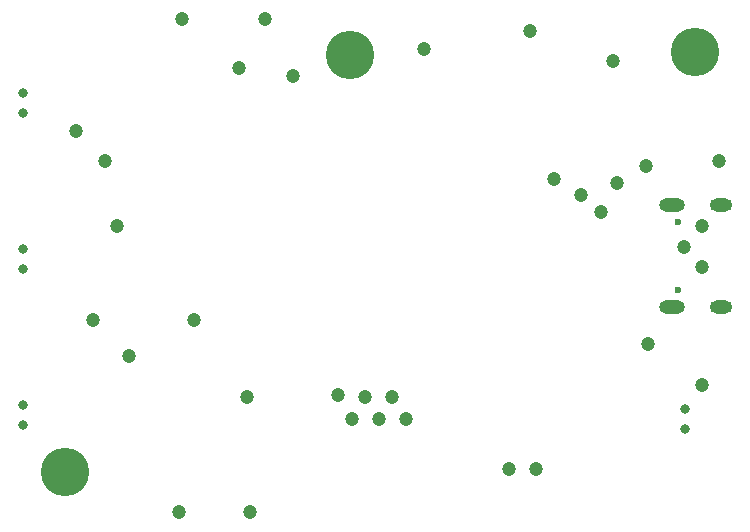
<source format=gbr>
%TF.GenerationSoftware,KiCad,Pcbnew,7.0.9*%
%TF.CreationDate,2024-04-19T00:42:06+03:00*%
%TF.ProjectId,DRM_Watch_V3,44524d5f-5761-4746-9368-5f56332e6b69,rev?*%
%TF.SameCoordinates,Original*%
%TF.FileFunction,Soldermask,Bot*%
%TF.FilePolarity,Negative*%
%FSLAX46Y46*%
G04 Gerber Fmt 4.6, Leading zero omitted, Abs format (unit mm)*
G04 Created by KiCad (PCBNEW 7.0.9) date 2024-04-19 00:42:06*
%MOMM*%
%LPD*%
G01*
G04 APERTURE LIST*
%ADD10C,4.100000*%
%ADD11C,0.800000*%
%ADD12C,0.600000*%
%ADD13O,2.204000X1.104000*%
%ADD14O,1.904000X1.104000*%
%ADD15C,1.200000*%
G04 APERTURE END LIST*
D10*
%TO.C,M2*%
X124460000Y-47752000D03*
%TD*%
D11*
%TO.C,S2*%
X67518000Y-64428000D03*
X67518000Y-66128000D03*
%TD*%
%TO.C,S1*%
X67518000Y-51220000D03*
X67518000Y-52920000D03*
%TD*%
%TO.C,S4*%
X67518000Y-77636000D03*
X67518000Y-79336000D03*
%TD*%
D10*
%TO.C,M3*%
X95250000Y-48006000D03*
%TD*%
D11*
%TO.C,S3*%
X123637000Y-79678000D03*
X123637000Y-77978000D03*
%TD*%
D10*
%TO.C,M1*%
X71120000Y-83312000D03*
%TD*%
D12*
%TO.C,J1*%
X122990000Y-67921000D03*
X122990000Y-62141000D03*
D13*
X122500000Y-69356000D03*
X122500000Y-60706000D03*
D14*
X126670000Y-69356000D03*
X126670000Y-60706000D03*
%TD*%
D15*
%TO.C,TP15*%
X96520000Y-76962000D03*
%TD*%
%TO.C,TP38*%
X86500000Y-77000000D03*
%TD*%
%TO.C,TP9*%
X85852000Y-49149000D03*
%TD*%
%TO.C,TP24*%
X123500000Y-64262000D03*
%TD*%
%TO.C,TP5*%
X82000000Y-70500000D03*
%TD*%
%TO.C,TP16*%
X97663000Y-78867000D03*
%TD*%
%TO.C,TP20*%
X76500000Y-73500000D03*
%TD*%
%TO.C,TP12*%
X126500000Y-57000000D03*
%TD*%
%TO.C,TP11*%
X88000000Y-45000000D03*
%TD*%
%TO.C,TP30*%
X110998000Y-83058000D03*
%TD*%
%TO.C,TP37*%
X114821319Y-59885182D03*
%TD*%
%TO.C,TP14*%
X95377000Y-78867000D03*
%TD*%
%TO.C,TP34*%
X120321319Y-57385182D03*
%TD*%
%TO.C,TP1*%
X101500000Y-47500000D03*
%TD*%
%TO.C,TP7*%
X125000000Y-62500000D03*
%TD*%
%TO.C,TP31*%
X116483332Y-61350058D03*
%TD*%
%TO.C,TP4*%
X75500000Y-62500000D03*
%TD*%
%TO.C,TP19*%
X74500000Y-57000000D03*
%TD*%
%TO.C,TP29*%
X108712000Y-83058000D03*
%TD*%
%TO.C,TP6*%
X110500000Y-46000000D03*
%TD*%
%TO.C,TP2*%
X90424000Y-49784000D03*
%TD*%
%TO.C,TP26*%
X86741000Y-86741000D03*
%TD*%
%TO.C,TP32*%
X80772000Y-86741000D03*
%TD*%
%TO.C,TP13*%
X94234000Y-76835000D03*
%TD*%
%TO.C,TP22*%
X112500000Y-58500000D03*
%TD*%
%TO.C,TP25*%
X125000000Y-66000000D03*
%TD*%
%TO.C,TP23*%
X81000000Y-45000000D03*
%TD*%
%TO.C,TP33*%
X117821319Y-58885182D03*
%TD*%
%TO.C,TP17*%
X99949000Y-78867000D03*
%TD*%
%TO.C,TP42*%
X120500000Y-72500000D03*
%TD*%
%TO.C,TP3*%
X72000000Y-54500000D03*
%TD*%
%TO.C,TP18*%
X98806000Y-76962000D03*
%TD*%
%TO.C,TP21*%
X73500000Y-70500000D03*
%TD*%
%TO.C,TP35*%
X117500000Y-48500000D03*
%TD*%
%TO.C,TP10*%
X125000000Y-76000000D03*
%TD*%
M02*

</source>
